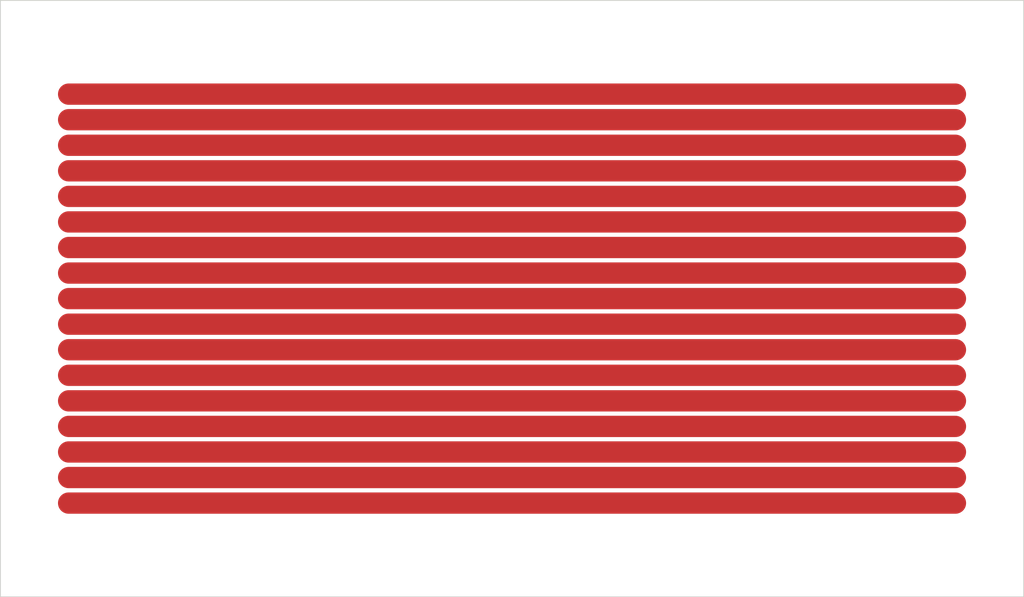
<source format=kicad_pcb>
(kicad_pcb (version 20171130) (host pcbnew 5.1.6-c6e7f7d~86~ubuntu18.04.1)

  (general
    (thickness 1.6)
    (drawings 38)
    (tracks 17)
    (zones 0)
    (modules 0)
    (nets 1)
  )

  (page A4)
  (layers
    (0 F.Cu signal)
    (31 B.Cu signal)
    (32 B.Adhes user)
    (33 F.Adhes user)
    (34 B.Paste user)
    (35 F.Paste user)
    (36 B.SilkS user)
    (37 F.SilkS user)
    (38 B.Mask user)
    (39 F.Mask user)
    (40 Dwgs.User user)
    (41 Cmts.User user)
    (42 Eco1.User user)
    (43 Eco2.User user)
    (44 Edge.Cuts user)
    (45 Margin user)
    (46 B.CrtYd user)
    (47 F.CrtYd user)
    (48 B.Fab user)
    (49 F.Fab user)
  )

  (setup
    (last_trace_width 0.25)
    (trace_clearance 0.2)
    (zone_clearance 0.508)
    (zone_45_only no)
    (trace_min 0.2)
    (via_size 0.8)
    (via_drill 0.4)
    (via_min_size 0.4)
    (via_min_drill 0.3)
    (uvia_size 0.3)
    (uvia_drill 0.1)
    (uvias_allowed no)
    (uvia_min_size 0.2)
    (uvia_min_drill 0.1)
    (edge_width 0.1)
    (segment_width 0.2)
    (pcb_text_width 0.3)
    (pcb_text_size 1.5 1.5)
    (mod_edge_width 0.15)
    (mod_text_size 1 1)
    (mod_text_width 0.15)
    (pad_size 2.5 2.5)
    (pad_drill 1.88)
    (pad_to_mask_clearance 0)
    (aux_axis_origin 0 0)
    (visible_elements FFFFFF7F)
    (pcbplotparams
      (layerselection 0x010fc_ffffffff)
      (usegerberextensions false)
      (usegerberattributes false)
      (usegerberadvancedattributes false)
      (creategerberjobfile false)
      (excludeedgelayer true)
      (linewidth 0.100000)
      (plotframeref false)
      (viasonmask false)
      (mode 1)
      (useauxorigin false)
      (hpglpennumber 1)
      (hpglpenspeed 20)
      (hpglpendiameter 15.000000)
      (psnegative false)
      (psa4output false)
      (plotreference true)
      (plotvalue true)
      (plotinvisibletext false)
      (padsonsilk false)
      (subtractmaskfromsilk false)
      (outputformat 1)
      (mirror false)
      (drillshape 1)
      (scaleselection 1)
      (outputdirectory ""))
  )

  (net 0 "")

  (net_class Default "This is the default net class."
    (clearance 0.2)
    (trace_width 0.25)
    (via_dia 0.8)
    (via_drill 0.4)
    (uvia_dia 0.3)
    (uvia_drill 0.1)
  )

  (gr_poly (pts (xy 126.24 70.78) (xy 126.24 73.23) (xy 119.89 73.23) (xy 119.89 70.74) (xy 126.2 70.74)) (layer F.Mask) (width 0.1) (tstamp 5F196C51))
  (gr_poly (pts (xy 126.24 67.78) (xy 126.24 70.23) (xy 119.89 70.23) (xy 119.89 67.74) (xy 126.2 67.74)) (layer F.Mask) (width 0.1) (tstamp 5F196C4F))
  (gr_poly (pts (xy 126.24 64.78) (xy 126.24 67.23) (xy 119.89 67.23) (xy 119.89 64.74) (xy 126.2 64.74)) (layer F.Mask) (width 0.1) (tstamp 5F196C4D))
  (gr_poly (pts (xy 126.24 61.78) (xy 126.24 64.23) (xy 119.89 64.23) (xy 119.89 61.74) (xy 126.2 61.74)) (layer F.Mask) (width 0.1) (tstamp 5F196C4B))
  (gr_poly (pts (xy 126.24 58.78) (xy 126.24 61.23) (xy 119.89 61.23) (xy 119.89 58.74) (xy 126.2 58.74)) (layer F.Mask) (width 0.1) (tstamp 5F196C49))
  (gr_poly (pts (xy 126.24 55.78) (xy 126.24 58.23) (xy 119.89 58.23) (xy 119.89 55.74) (xy 126.2 55.74)) (layer F.Mask) (width 0.1) (tstamp 5F196C47))
  (gr_poly (pts (xy 126.24 52.78) (xy 126.24 55.23) (xy 119.89 55.23) (xy 119.89 52.74) (xy 126.2 52.74)) (layer F.Mask) (width 0.1) (tstamp 5F196C45))
  (gr_poly (pts (xy 126.24 49.78) (xy 126.24 52.23) (xy 119.89 52.23) (xy 119.89 49.74) (xy 126.2 49.74)) (layer F.Mask) (width 0.1) (tstamp 5F196C43))
  (gr_poly (pts (xy 126.24 46.78) (xy 126.24 49.23) (xy 119.89 49.23) (xy 119.89 46.74) (xy 126.2 46.74)) (layer F.Mask) (width 0.1) (tstamp 5F196C41))
  (gr_poly (pts (xy 126.24 43.78) (xy 126.24 46.23) (xy 119.89 46.23) (xy 119.89 43.74) (xy 126.2 43.74)) (layer F.Mask) (width 0.1) (tstamp 5F196C3F))
  (gr_poly (pts (xy 126.24 40.78) (xy 126.24 43.23) (xy 119.89 43.23) (xy 119.89 40.74) (xy 126.2 40.74)) (layer F.Mask) (width 0.1) (tstamp 5F196C3D))
  (gr_poly (pts (xy 126.24 37.78) (xy 126.24 40.23) (xy 119.89 40.23) (xy 119.89 37.74) (xy 126.2 37.74)) (layer F.Mask) (width 0.1) (tstamp 5F196C3B))
  (gr_poly (pts (xy 126.24 34.78) (xy 126.24 37.23) (xy 119.89 37.23) (xy 119.89 34.74) (xy 126.2 34.74)) (layer F.Mask) (width 0.1) (tstamp 5F196C39))
  (gr_poly (pts (xy 126.24 31.78) (xy 126.24 34.23) (xy 119.89 34.23) (xy 119.89 31.74) (xy 126.2 31.74)) (layer F.Mask) (width 0.1) (tstamp 5F196C37))
  (gr_poly (pts (xy 126.24 28.78) (xy 126.24 31.23) (xy 119.89 31.23) (xy 119.89 28.74) (xy 126.2 28.74)) (layer F.Mask) (width 0.1) (tstamp 5F196C35))
  (gr_poly (pts (xy 126.24 25.78) (xy 126.24 28.23) (xy 119.89 28.23) (xy 119.89 25.74) (xy 126.2 25.74)) (layer F.Mask) (width 0.1) (tstamp 5F196C33))
  (gr_poly (pts (xy 126.24 22.78) (xy 126.24 25.23) (xy 119.89 25.23) (xy 119.89 22.74) (xy 126.2 22.74)) (layer F.Mask) (width 0.1) (tstamp 5F196C09))
  (gr_poly (pts (xy 26.07 70.78) (xy 26.07 73.23) (xy 19.72 73.23) (xy 19.72 70.74) (xy 26.03 70.74)) (layer F.Mask) (width 0.1) (tstamp 5F196BFE))
  (gr_poly (pts (xy 26.07 67.78) (xy 26.07 70.23) (xy 19.72 70.23) (xy 19.72 67.74) (xy 26.03 67.74)) (layer F.Mask) (width 0.1) (tstamp 5F196BFC))
  (gr_poly (pts (xy 26.07 64.78) (xy 26.07 67.23) (xy 19.72 67.23) (xy 19.72 64.74) (xy 26.03 64.74)) (layer F.Mask) (width 0.1) (tstamp 5F196BFA))
  (gr_poly (pts (xy 26.07 61.78) (xy 26.07 64.23) (xy 19.72 64.23) (xy 19.72 61.74) (xy 26.03 61.74)) (layer F.Mask) (width 0.1) (tstamp 5F196BF8))
  (gr_poly (pts (xy 26.07 58.78) (xy 26.07 61.23) (xy 19.72 61.23) (xy 19.72 58.74) (xy 26.03 58.74)) (layer F.Mask) (width 0.1) (tstamp 5F196BF6))
  (gr_poly (pts (xy 26.07 55.78) (xy 26.07 58.23) (xy 19.72 58.23) (xy 19.72 55.74) (xy 26.03 55.74)) (layer F.Mask) (width 0.1) (tstamp 5F196BF4))
  (gr_poly (pts (xy 26.07 52.78) (xy 26.07 55.23) (xy 19.72 55.23) (xy 19.72 52.74) (xy 26.03 52.74)) (layer F.Mask) (width 0.1) (tstamp 5F196BF2))
  (gr_poly (pts (xy 26.07 49.78) (xy 26.07 52.23) (xy 19.72 52.23) (xy 19.72 49.74) (xy 26.03 49.74)) (layer F.Mask) (width 0.1) (tstamp 5F196BF0))
  (gr_poly (pts (xy 26.07 46.78) (xy 26.07 49.23) (xy 19.72 49.23) (xy 19.72 46.74) (xy 26.03 46.74)) (layer F.Mask) (width 0.1) (tstamp 5F196BEE))
  (gr_poly (pts (xy 26.07 43.78) (xy 26.07 46.23) (xy 19.72 46.23) (xy 19.72 43.74) (xy 26.03 43.74)) (layer F.Mask) (width 0.1) (tstamp 5F196BEC))
  (gr_poly (pts (xy 26.07 40.78) (xy 26.07 43.23) (xy 19.72 43.23) (xy 19.72 40.74) (xy 26.03 40.74)) (layer F.Mask) (width 0.1) (tstamp 5F196BEA))
  (gr_poly (pts (xy 26.07 37.78) (xy 26.07 40.23) (xy 19.72 40.23) (xy 19.72 37.74) (xy 26.03 37.74)) (layer F.Mask) (width 0.1) (tstamp 5F196BE8))
  (gr_poly (pts (xy 26.07 34.78) (xy 26.07 37.23) (xy 19.72 37.23) (xy 19.72 34.74) (xy 26.03 34.74)) (layer F.Mask) (width 0.1) (tstamp 5F196BE6))
  (gr_poly (pts (xy 26.07 31.78) (xy 26.07 34.23) (xy 19.72 34.23) (xy 19.72 31.74) (xy 26.03 31.74)) (layer F.Mask) (width 0.1) (tstamp 5F196BE4))
  (gr_poly (pts (xy 26.07 28.78) (xy 26.07 31.23) (xy 19.72 31.23) (xy 19.72 28.74) (xy 26.03 28.74)) (layer F.Mask) (width 0.1) (tstamp 5F196BE2))
  (gr_poly (pts (xy 26.07 25.78) (xy 26.07 28.23) (xy 19.72 28.23) (xy 19.72 25.74) (xy 26.03 25.74)) (layer F.Mask) (width 0.1) (tstamp 5F196BE0))
  (gr_poly (pts (xy 26.07 22.78) (xy 26.07 25.23) (xy 19.72 25.23) (xy 19.72 22.74) (xy 26.03 22.74)) (layer F.Mask) (width 0.1))
  (gr_line (start 13 83) (end 133 83) (layer Edge.Cuts) (width 0.1))
  (gr_line (start 133 13) (end 133 83) (layer Edge.Cuts) (width 0.1))
  (gr_line (start 13 13) (end 13 83) (layer Edge.Cuts) (width 0.1))
  (gr_line (start 13 13) (end 133 13) (layer Edge.Cuts) (width 0.1))

  (segment (start 21 24) (end 125 24) (width 2.5) (layer F.Cu) (net 0))
  (segment (start 21 27) (end 125 27) (width 2.5) (layer F.Cu) (net 0) (tstamp 5E5FEC6C))
  (segment (start 21 30) (end 125 30) (width 2.5) (layer F.Cu) (net 0) (tstamp 5E5FEC6E))
  (segment (start 21 33) (end 125 33) (width 2.5) (layer F.Cu) (net 0) (tstamp 5E5FEC70))
  (segment (start 21 36) (end 125 36) (width 2.5) (layer F.Cu) (net 0) (tstamp 5E5FEC72))
  (segment (start 21 39) (end 125 39) (width 2.5) (layer F.Cu) (net 0) (tstamp 5E5FEC74))
  (segment (start 21 42) (end 125 42) (width 2.5) (layer F.Cu) (net 0) (tstamp 5E5FEC76))
  (segment (start 21 45) (end 125 45) (width 2.5) (layer F.Cu) (net 0) (tstamp 5E5FEC78))
  (segment (start 21 48) (end 125 48) (width 2.5) (layer F.Cu) (net 0) (tstamp 5E5FEC7A))
  (segment (start 21 51) (end 125 51) (width 2.5) (layer F.Cu) (net 0) (tstamp 5E5FEC7C))
  (segment (start 21 54) (end 125 54) (width 2.5) (layer F.Cu) (net 0) (tstamp 5E5FEC7E))
  (segment (start 21 57) (end 125 57) (width 2.5) (layer F.Cu) (net 0) (tstamp 5E5FEC80))
  (segment (start 21 60) (end 125 60) (width 2.5) (layer F.Cu) (net 0) (tstamp 5E5FEC82))
  (segment (start 21 63) (end 125 63) (width 2.5) (layer F.Cu) (net 0) (tstamp 5E5FEC84))
  (segment (start 21 66) (end 125 66) (width 2.5) (layer F.Cu) (net 0) (tstamp 5E5FEC86))
  (segment (start 21 69) (end 125 69) (width 2.5) (layer F.Cu) (net 0) (tstamp 5E5FEC88))
  (segment (start 21 72) (end 125 72) (width 2.5) (layer F.Cu) (net 0) (tstamp 5E5FEC8A))

)

</source>
